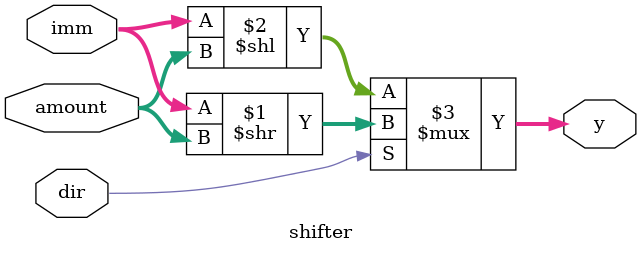
<source format=v>
module shifter #(parameter WIDTH = 16)
                   (input [WIDTH-1:0] imm,
						  input [WIDTH-1:0] amount,
						  input 				  dir,
                    output [WIDTH-1:0] y);
   assign y = dir ? imm >> amount : imm << amount;
endmodule	
</source>
